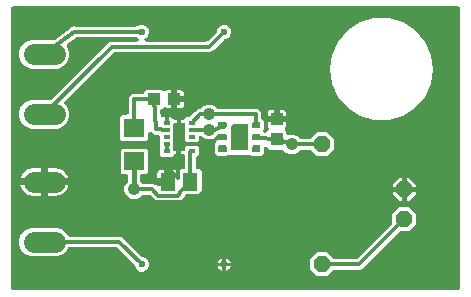
<source format=gbr>
G04 EAGLE Gerber RS-274X export*
G75*
%MOMM*%
%FSLAX34Y34*%
%LPD*%
%INTop Copper*%
%IPPOS*%
%AMOC8*
5,1,8,0,0,1.08239X$1,22.5*%
G01*
%ADD10R,1.100000X1.000000*%
%ADD11R,1.000000X1.100000*%
%ADD12R,1.300000X1.500000*%
%ADD13R,1.803000X1.600000*%
%ADD14C,0.600000*%
%ADD15R,0.400000X0.300000*%
%ADD16R,1.270000X1.651000*%
%ADD17R,0.600000X0.400000*%
%ADD18P,1.539592X8X292.500000*%
%ADD19P,1.539592X8X112.500000*%
%ADD20C,1.803400*%
%ADD21C,0.304800*%
%ADD22C,1.058000*%
%ADD23C,0.406400*%

G36*
X413792Y29214D02*
X413792Y29214D01*
X413818Y29212D01*
X413965Y29234D01*
X414112Y29251D01*
X414137Y29259D01*
X414163Y29263D01*
X414301Y29318D01*
X414440Y29368D01*
X414462Y29382D01*
X414487Y29392D01*
X414608Y29477D01*
X414733Y29557D01*
X414751Y29576D01*
X414773Y29591D01*
X414872Y29701D01*
X414975Y29808D01*
X414989Y29830D01*
X415006Y29850D01*
X415078Y29980D01*
X415154Y30107D01*
X415162Y30132D01*
X415175Y30155D01*
X415215Y30298D01*
X415260Y30439D01*
X415262Y30465D01*
X415270Y30490D01*
X415289Y30734D01*
X415289Y267716D01*
X415286Y267742D01*
X415288Y267768D01*
X415266Y267915D01*
X415249Y268062D01*
X415241Y268087D01*
X415237Y268113D01*
X415182Y268251D01*
X415132Y268390D01*
X415118Y268412D01*
X415108Y268437D01*
X415023Y268558D01*
X414943Y268683D01*
X414924Y268701D01*
X414909Y268723D01*
X414799Y268822D01*
X414692Y268925D01*
X414670Y268939D01*
X414650Y268956D01*
X414520Y269028D01*
X414393Y269104D01*
X414368Y269112D01*
X414345Y269125D01*
X414202Y269165D01*
X414061Y269210D01*
X414035Y269212D01*
X414010Y269220D01*
X413766Y269239D01*
X37084Y269239D01*
X37058Y269236D01*
X37032Y269238D01*
X36885Y269216D01*
X36738Y269199D01*
X36713Y269191D01*
X36687Y269187D01*
X36549Y269132D01*
X36410Y269082D01*
X36388Y269068D01*
X36363Y269058D01*
X36242Y268973D01*
X36117Y268893D01*
X36099Y268874D01*
X36077Y268859D01*
X35978Y268749D01*
X35875Y268642D01*
X35861Y268620D01*
X35844Y268600D01*
X35772Y268470D01*
X35696Y268343D01*
X35688Y268318D01*
X35675Y268295D01*
X35635Y268152D01*
X35590Y268011D01*
X35588Y267985D01*
X35580Y267960D01*
X35561Y267716D01*
X35561Y30734D01*
X35564Y30708D01*
X35562Y30682D01*
X35584Y30535D01*
X35601Y30388D01*
X35609Y30363D01*
X35613Y30337D01*
X35668Y30199D01*
X35718Y30060D01*
X35732Y30038D01*
X35742Y30013D01*
X35827Y29892D01*
X35907Y29767D01*
X35926Y29749D01*
X35941Y29727D01*
X36051Y29628D01*
X36158Y29525D01*
X36180Y29511D01*
X36200Y29494D01*
X36330Y29422D01*
X36457Y29346D01*
X36482Y29338D01*
X36505Y29325D01*
X36648Y29285D01*
X36789Y29240D01*
X36815Y29238D01*
X36840Y29230D01*
X37084Y29211D01*
X413766Y29211D01*
X413792Y29214D01*
G37*
%LPC*%
G36*
X343035Y172671D02*
X343035Y172671D01*
X331107Y176174D01*
X320650Y182894D01*
X312510Y192289D01*
X307346Y203596D01*
X305577Y215900D01*
X307346Y228204D01*
X312510Y239511D01*
X320650Y248906D01*
X331107Y255626D01*
X343035Y259129D01*
X355465Y259129D01*
X367393Y255626D01*
X377850Y248906D01*
X385990Y239511D01*
X391154Y228204D01*
X392923Y215900D01*
X391154Y203596D01*
X385990Y192289D01*
X377850Y182894D01*
X367393Y176174D01*
X355465Y172671D01*
X343035Y172671D01*
G37*
%LPD*%
%LPC*%
G36*
X159207Y104513D02*
X159207Y104513D01*
X157526Y105209D01*
X156026Y106710D01*
X153455Y109281D01*
X153356Y109360D01*
X153262Y109444D01*
X153220Y109468D01*
X153182Y109498D01*
X153068Y109552D01*
X152957Y109613D01*
X152910Y109626D01*
X152867Y109647D01*
X152743Y109673D01*
X152621Y109708D01*
X152561Y109713D01*
X152526Y109720D01*
X152478Y109719D01*
X152378Y109727D01*
X147551Y109727D01*
X147425Y109713D01*
X147299Y109706D01*
X147253Y109693D01*
X147205Y109687D01*
X147086Y109645D01*
X146964Y109610D01*
X146922Y109586D01*
X146877Y109570D01*
X146770Y109501D01*
X146660Y109440D01*
X146614Y109400D01*
X146584Y109381D01*
X146550Y109346D01*
X146474Y109281D01*
X144424Y107231D01*
X141359Y105961D01*
X138041Y105961D01*
X134976Y107231D01*
X132631Y109576D01*
X131361Y112641D01*
X131361Y115959D01*
X132631Y119024D01*
X134173Y120566D01*
X134252Y120665D01*
X134336Y120759D01*
X134360Y120801D01*
X134390Y120839D01*
X134444Y120953D01*
X134505Y121064D01*
X134518Y121110D01*
X134539Y121154D01*
X134565Y121277D01*
X134600Y121399D01*
X134605Y121460D01*
X134612Y121495D01*
X134611Y121543D01*
X134619Y121643D01*
X134619Y125608D01*
X134616Y125634D01*
X134618Y125660D01*
X134596Y125807D01*
X134579Y125954D01*
X134571Y125979D01*
X134567Y126005D01*
X134512Y126143D01*
X134462Y126282D01*
X134448Y126304D01*
X134438Y126329D01*
X134353Y126450D01*
X134273Y126575D01*
X134254Y126593D01*
X134239Y126615D01*
X134129Y126714D01*
X134022Y126817D01*
X134000Y126831D01*
X133980Y126848D01*
X133850Y126920D01*
X133723Y126996D01*
X133698Y127004D01*
X133675Y127017D01*
X133532Y127057D01*
X133391Y127102D01*
X133365Y127104D01*
X133340Y127112D01*
X133096Y127131D01*
X129422Y127131D01*
X127636Y128917D01*
X127636Y147443D01*
X129422Y149229D01*
X149978Y149229D01*
X151764Y147443D01*
X151764Y128917D01*
X149978Y127131D01*
X146304Y127131D01*
X146278Y127128D01*
X146252Y127130D01*
X146105Y127108D01*
X145958Y127091D01*
X145933Y127083D01*
X145907Y127079D01*
X145769Y127024D01*
X145630Y126974D01*
X145608Y126960D01*
X145583Y126950D01*
X145462Y126865D01*
X145337Y126785D01*
X145319Y126766D01*
X145297Y126751D01*
X145198Y126641D01*
X145095Y126534D01*
X145081Y126512D01*
X145064Y126492D01*
X144992Y126362D01*
X144916Y126235D01*
X144908Y126210D01*
X144895Y126187D01*
X144855Y126044D01*
X144810Y125903D01*
X144808Y125877D01*
X144800Y125852D01*
X144781Y125608D01*
X144781Y121643D01*
X144795Y121518D01*
X144802Y121391D01*
X144815Y121345D01*
X144821Y121297D01*
X144863Y121178D01*
X144898Y121056D01*
X144922Y121014D01*
X144938Y120969D01*
X145007Y120862D01*
X145068Y120752D01*
X145108Y120706D01*
X145127Y120676D01*
X145162Y120642D01*
X145227Y120566D01*
X146474Y119319D01*
X146573Y119240D01*
X146667Y119156D01*
X146709Y119132D01*
X146747Y119102D01*
X146861Y119048D01*
X146972Y118987D01*
X147018Y118974D01*
X147062Y118953D01*
X147185Y118927D01*
X147307Y118892D01*
X147368Y118887D01*
X147403Y118880D01*
X147451Y118881D01*
X147551Y118873D01*
X155812Y118873D01*
X157493Y118177D01*
X157621Y118049D01*
X157720Y117970D01*
X157813Y117886D01*
X157856Y117862D01*
X157894Y117832D01*
X158008Y117778D01*
X158118Y117717D01*
X158165Y117704D01*
X158209Y117683D01*
X158332Y117657D01*
X158454Y117622D01*
X158515Y117618D01*
X158549Y117610D01*
X158597Y117611D01*
X158698Y117603D01*
X166776Y117603D01*
X166802Y117606D01*
X166828Y117604D01*
X166975Y117626D01*
X167122Y117643D01*
X167147Y117651D01*
X167173Y117655D01*
X167311Y117710D01*
X167450Y117760D01*
X167472Y117774D01*
X167497Y117784D01*
X167618Y117869D01*
X167743Y117949D01*
X167761Y117968D01*
X167783Y117983D01*
X167882Y118093D01*
X167985Y118200D01*
X167999Y118222D01*
X168016Y118242D01*
X168088Y118372D01*
X168164Y118499D01*
X168172Y118524D01*
X168185Y118547D01*
X168225Y118690D01*
X168270Y118831D01*
X168272Y118857D01*
X168280Y118882D01*
X168299Y119126D01*
X168299Y120651D01*
X169824Y120651D01*
X169850Y120654D01*
X169876Y120652D01*
X170023Y120674D01*
X170170Y120691D01*
X170195Y120700D01*
X170221Y120703D01*
X170359Y120758D01*
X170498Y120808D01*
X170520Y120822D01*
X170545Y120832D01*
X170666Y120917D01*
X170791Y120997D01*
X170809Y121016D01*
X170831Y121031D01*
X170930Y121141D01*
X171033Y121248D01*
X171047Y121270D01*
X171064Y121290D01*
X171136Y121420D01*
X171212Y121547D01*
X171220Y121572D01*
X171233Y121595D01*
X171273Y121738D01*
X171318Y121879D01*
X171320Y121905D01*
X171328Y121930D01*
X171347Y122174D01*
X171347Y130691D01*
X175135Y130691D01*
X175781Y130518D01*
X176360Y130183D01*
X176364Y130179D01*
X176384Y130163D01*
X176401Y130143D01*
X176489Y130078D01*
X176545Y130028D01*
X176577Y130010D01*
X176637Y129963D01*
X176660Y129952D01*
X176682Y129936D01*
X176818Y129877D01*
X176850Y129860D01*
X176863Y129856D01*
X176952Y129814D01*
X176977Y129808D01*
X177002Y129798D01*
X177148Y129772D01*
X177293Y129741D01*
X177319Y129741D01*
X177345Y129736D01*
X177493Y129744D01*
X177641Y129747D01*
X177666Y129753D01*
X177693Y129754D01*
X177835Y129795D01*
X177979Y129832D01*
X178002Y129844D01*
X178027Y129851D01*
X178108Y129896D01*
X178127Y129903D01*
X178167Y129928D01*
X178289Y129991D01*
X178309Y130008D01*
X178332Y130021D01*
X178399Y130078D01*
X178420Y130092D01*
X178444Y130116D01*
X178518Y130179D01*
X179537Y131199D01*
X181204Y131199D01*
X181230Y131202D01*
X181256Y131200D01*
X181403Y131222D01*
X181550Y131239D01*
X181575Y131247D01*
X181601Y131251D01*
X181739Y131306D01*
X181878Y131356D01*
X181900Y131370D01*
X181925Y131380D01*
X182046Y131465D01*
X182171Y131545D01*
X182189Y131564D01*
X182211Y131579D01*
X182310Y131689D01*
X182413Y131796D01*
X182427Y131818D01*
X182444Y131838D01*
X182516Y131968D01*
X182592Y132095D01*
X182600Y132120D01*
X182613Y132143D01*
X182653Y132286D01*
X182698Y132427D01*
X182700Y132453D01*
X182708Y132478D01*
X182727Y132722D01*
X182727Y142380D01*
X182713Y142506D01*
X182706Y142632D01*
X182693Y142678D01*
X182687Y142726D01*
X182645Y142845D01*
X182610Y142967D01*
X182586Y143009D01*
X182570Y143055D01*
X182501Y143161D01*
X182440Y143271D01*
X182400Y143317D01*
X182381Y143347D01*
X182346Y143381D01*
X182281Y143457D01*
X182070Y143668D01*
X182070Y143669D01*
X181985Y143790D01*
X181905Y143915D01*
X181886Y143933D01*
X181871Y143955D01*
X181761Y144054D01*
X181654Y144157D01*
X181632Y144171D01*
X181612Y144188D01*
X181482Y144260D01*
X181355Y144336D01*
X181330Y144344D01*
X181307Y144357D01*
X181164Y144397D01*
X181023Y144442D01*
X180997Y144444D01*
X180972Y144452D01*
X180728Y144471D01*
X179323Y144471D01*
X179323Y147013D01*
X182030Y147013D01*
X182050Y147016D01*
X182069Y147014D01*
X182171Y147036D01*
X182273Y147053D01*
X182290Y147062D01*
X182310Y147066D01*
X182399Y147119D01*
X182490Y147168D01*
X182504Y147182D01*
X182521Y147192D01*
X182588Y147271D01*
X182660Y147346D01*
X182668Y147364D01*
X182681Y147379D01*
X182720Y147475D01*
X182763Y147569D01*
X182765Y147589D01*
X182773Y147607D01*
X182791Y147774D01*
X182791Y169980D01*
X182788Y170000D01*
X182790Y170019D01*
X182768Y170121D01*
X182752Y170223D01*
X182742Y170240D01*
X182738Y170260D01*
X182685Y170349D01*
X182636Y170440D01*
X182622Y170454D01*
X182612Y170471D01*
X182533Y170538D01*
X182458Y170610D01*
X182440Y170618D01*
X182425Y170631D01*
X182329Y170670D01*
X182235Y170713D01*
X182215Y170715D01*
X182197Y170723D01*
X182030Y170741D01*
X179323Y170741D01*
X179323Y173283D01*
X180890Y173283D01*
X181016Y173297D01*
X181142Y173304D01*
X181188Y173317D01*
X181236Y173323D01*
X181355Y173365D01*
X181477Y173400D01*
X181519Y173424D01*
X181565Y173440D01*
X181671Y173509D01*
X181781Y173570D01*
X181827Y173610D01*
X181857Y173629D01*
X181891Y173664D01*
X181967Y173729D01*
X184037Y175799D01*
X186251Y175799D01*
X186377Y175813D01*
X186503Y175820D01*
X186549Y175833D01*
X186597Y175839D01*
X186716Y175881D01*
X186838Y175916D01*
X186880Y175940D01*
X186925Y175956D01*
X187031Y176025D01*
X187142Y176086D01*
X187188Y176126D01*
X187218Y176145D01*
X187252Y176180D01*
X187328Y176245D01*
X191259Y180176D01*
X192760Y181677D01*
X194440Y182373D01*
X195349Y182373D01*
X195475Y182387D01*
X195601Y182394D01*
X195647Y182407D01*
X195695Y182413D01*
X195814Y182455D01*
X195936Y182490D01*
X195978Y182514D01*
X196023Y182530D01*
X196130Y182599D01*
X196240Y182660D01*
X196286Y182700D01*
X196316Y182719D01*
X196350Y182754D01*
X196426Y182819D01*
X198476Y184869D01*
X201541Y186139D01*
X204859Y186139D01*
X207924Y184869D01*
X209974Y182819D01*
X210073Y182740D01*
X210167Y182656D01*
X210209Y182632D01*
X210247Y182602D01*
X210361Y182548D01*
X210472Y182487D01*
X210518Y182474D01*
X210562Y182453D01*
X210685Y182427D01*
X210807Y182392D01*
X210868Y182387D01*
X210903Y182380D01*
X210951Y182381D01*
X211051Y182373D01*
X243510Y182373D01*
X245190Y181677D01*
X246477Y180390D01*
X247173Y178710D01*
X247173Y175153D01*
X247187Y175028D01*
X247194Y174902D01*
X247207Y174855D01*
X247213Y174807D01*
X247255Y174688D01*
X247290Y174567D01*
X247314Y174525D01*
X247330Y174479D01*
X247399Y174373D01*
X247460Y174263D01*
X247500Y174216D01*
X247519Y174186D01*
X247554Y174153D01*
X247619Y174076D01*
X249429Y172266D01*
X249429Y165300D01*
X249087Y164958D01*
X248977Y164820D01*
X248872Y164688D01*
X248871Y164686D01*
X248870Y164685D01*
X248793Y164520D01*
X248722Y164373D01*
X248722Y164371D01*
X248721Y164370D01*
X248683Y164194D01*
X248648Y164032D01*
X248648Y164031D01*
X248648Y164029D01*
X248651Y163854D01*
X248653Y163684D01*
X248654Y163682D01*
X248654Y163680D01*
X248699Y163502D01*
X248738Y163346D01*
X248738Y163344D01*
X248739Y163342D01*
X248820Y163185D01*
X248897Y163036D01*
X248898Y163034D01*
X248899Y163033D01*
X249013Y162899D01*
X249122Y162770D01*
X249123Y162769D01*
X249124Y162767D01*
X249270Y162660D01*
X249402Y162562D01*
X249403Y162561D01*
X249405Y162560D01*
X249561Y162493D01*
X249721Y162423D01*
X249723Y162423D01*
X249725Y162422D01*
X249732Y162421D01*
X249960Y162371D01*
X250574Y162288D01*
X250703Y162286D01*
X250830Y162275D01*
X250876Y162282D01*
X250923Y162281D01*
X251048Y162308D01*
X251175Y162327D01*
X251218Y162344D01*
X251264Y162354D01*
X251380Y162408D01*
X251499Y162456D01*
X251537Y162482D01*
X251579Y162502D01*
X251680Y162582D01*
X251785Y162655D01*
X251816Y162689D01*
X251853Y162718D01*
X251933Y162818D01*
X252018Y162913D01*
X252041Y162954D01*
X252070Y162991D01*
X252125Y163106D01*
X252187Y163219D01*
X252199Y163260D01*
X253321Y164382D01*
X253337Y164403D01*
X253357Y164420D01*
X253445Y164539D01*
X253537Y164655D01*
X253548Y164679D01*
X253564Y164700D01*
X253623Y164836D01*
X253686Y164970D01*
X253692Y164996D01*
X253702Y165020D01*
X253728Y165166D01*
X253759Y165311D01*
X253759Y165337D01*
X253764Y165363D01*
X253756Y165511D01*
X253753Y165659D01*
X253747Y165685D01*
X253746Y165711D01*
X253705Y165854D01*
X253668Y165997D01*
X253656Y166021D01*
X253649Y166046D01*
X253577Y166176D01*
X253509Y166307D01*
X253492Y166327D01*
X253479Y166350D01*
X253321Y166536D01*
X253317Y166540D01*
X252982Y167119D01*
X252809Y167765D01*
X252809Y171101D01*
X259374Y171101D01*
X259400Y171104D01*
X259426Y171102D01*
X259573Y171124D01*
X259720Y171141D01*
X259745Y171149D01*
X259771Y171153D01*
X259908Y171208D01*
X260048Y171258D01*
X260070Y171272D01*
X260095Y171282D01*
X260216Y171367D01*
X260341Y171447D01*
X260353Y171460D01*
X260400Y171415D01*
X260423Y171401D01*
X260442Y171384D01*
X260572Y171312D01*
X260699Y171236D01*
X260724Y171228D01*
X260747Y171215D01*
X260890Y171175D01*
X261031Y171130D01*
X261057Y171127D01*
X261082Y171120D01*
X261326Y171101D01*
X267891Y171101D01*
X267891Y167765D01*
X267718Y167119D01*
X267383Y166540D01*
X267379Y166536D01*
X267363Y166516D01*
X267343Y166499D01*
X267255Y166379D01*
X267163Y166263D01*
X267152Y166240D01*
X267136Y166218D01*
X267077Y166082D01*
X267014Y165948D01*
X267008Y165923D01*
X266998Y165898D01*
X266972Y165752D01*
X266941Y165607D01*
X266941Y165581D01*
X266936Y165555D01*
X266944Y165407D01*
X266947Y165259D01*
X266953Y165234D01*
X266954Y165207D01*
X266995Y165065D01*
X267032Y164921D01*
X267044Y164898D01*
X267051Y164873D01*
X267123Y164743D01*
X267191Y164611D01*
X267208Y164591D01*
X267221Y164568D01*
X267379Y164382D01*
X268399Y163363D01*
X268399Y161779D01*
X268416Y161630D01*
X268428Y161480D01*
X268436Y161457D01*
X268439Y161433D01*
X268489Y161291D01*
X268535Y161148D01*
X268548Y161127D01*
X268556Y161105D01*
X268638Y160978D01*
X268715Y160849D01*
X268732Y160832D01*
X268745Y160812D01*
X268853Y160707D01*
X268958Y160599D01*
X268978Y160586D01*
X268996Y160570D01*
X269125Y160492D01*
X269251Y160411D01*
X269274Y160403D01*
X269295Y160391D01*
X269438Y160345D01*
X269580Y160295D01*
X269604Y160292D01*
X269627Y160284D01*
X269776Y160272D01*
X269926Y160256D01*
X269950Y160258D01*
X269974Y160257D01*
X270123Y160279D01*
X270272Y160296D01*
X270300Y160305D01*
X270319Y160308D01*
X270363Y160326D01*
X270505Y160372D01*
X271391Y160739D01*
X274709Y160739D01*
X277774Y159469D01*
X279824Y157419D01*
X279923Y157340D01*
X280017Y157256D01*
X280059Y157232D01*
X280097Y157202D01*
X280211Y157148D01*
X280322Y157087D01*
X280368Y157074D01*
X280412Y157053D01*
X280535Y157027D01*
X280657Y156992D01*
X280718Y156987D01*
X280753Y156980D01*
X280801Y156981D01*
X280901Y156973D01*
X288022Y156973D01*
X288148Y156987D01*
X288274Y156994D01*
X288321Y157007D01*
X288369Y157013D01*
X288487Y157055D01*
X288609Y157090D01*
X288651Y157114D01*
X288697Y157130D01*
X288803Y157199D01*
X288913Y157260D01*
X288959Y157300D01*
X288989Y157319D01*
X289023Y157354D01*
X289099Y157419D01*
X294241Y162561D01*
X302659Y162561D01*
X308611Y156609D01*
X308611Y148191D01*
X302659Y142239D01*
X294241Y142239D01*
X289099Y147381D01*
X289000Y147460D01*
X288907Y147544D01*
X288864Y147568D01*
X288826Y147598D01*
X288712Y147652D01*
X288602Y147713D01*
X288555Y147726D01*
X288511Y147747D01*
X288388Y147773D01*
X288266Y147808D01*
X288205Y147813D01*
X288171Y147820D01*
X288123Y147819D01*
X288022Y147827D01*
X280901Y147827D01*
X280775Y147813D01*
X280649Y147806D01*
X280603Y147793D01*
X280555Y147787D01*
X280436Y147745D01*
X280314Y147710D01*
X280272Y147686D01*
X280227Y147670D01*
X280120Y147601D01*
X280010Y147540D01*
X279964Y147500D01*
X279934Y147481D01*
X279900Y147446D01*
X279824Y147381D01*
X277774Y145331D01*
X274709Y144061D01*
X271391Y144061D01*
X268326Y145331D01*
X266052Y147605D01*
X265953Y147684D01*
X265859Y147768D01*
X265817Y147792D01*
X265779Y147822D01*
X265665Y147876D01*
X265554Y147937D01*
X265508Y147950D01*
X265464Y147971D01*
X265341Y147997D01*
X265219Y148032D01*
X265158Y148037D01*
X265123Y148044D01*
X265075Y148043D01*
X264975Y148051D01*
X254087Y148051D01*
X252029Y150109D01*
X251951Y150172D01*
X251878Y150242D01*
X251814Y150280D01*
X251756Y150326D01*
X251665Y150369D01*
X251579Y150420D01*
X251508Y150443D01*
X251441Y150475D01*
X251343Y150496D01*
X251247Y150527D01*
X251173Y150533D01*
X251100Y150548D01*
X251000Y150547D01*
X250900Y150555D01*
X250826Y150544D01*
X250752Y150542D01*
X250655Y150518D01*
X250555Y150503D01*
X250486Y150475D01*
X250414Y150457D01*
X250325Y150411D01*
X250231Y150374D01*
X250170Y150332D01*
X250104Y150298D01*
X250028Y150233D01*
X249945Y150175D01*
X249895Y150120D01*
X249839Y150072D01*
X249779Y149991D01*
X249712Y149916D01*
X249676Y149851D01*
X249631Y149792D01*
X249592Y149699D01*
X249543Y149611D01*
X249523Y149540D01*
X249493Y149472D01*
X249476Y149373D01*
X249448Y149276D01*
X249440Y149176D01*
X249432Y149129D01*
X249434Y149093D01*
X249429Y149032D01*
X249429Y144980D01*
X247196Y142747D01*
X239214Y142747D01*
X239025Y142936D01*
X238926Y143015D01*
X238832Y143099D01*
X238789Y143123D01*
X238752Y143153D01*
X238637Y143207D01*
X238527Y143268D01*
X238480Y143281D01*
X238437Y143302D01*
X238313Y143328D01*
X238191Y143363D01*
X238131Y143368D01*
X238096Y143375D01*
X238048Y143374D01*
X237948Y143382D01*
X219506Y143382D01*
X219381Y143368D01*
X219255Y143361D01*
X219208Y143348D01*
X219160Y143342D01*
X219041Y143300D01*
X218920Y143265D01*
X218878Y143241D01*
X218832Y143225D01*
X218726Y143156D01*
X218616Y143095D01*
X218569Y143055D01*
X218539Y143036D01*
X218506Y143001D01*
X218429Y142936D01*
X218240Y142747D01*
X210004Y142747D01*
X207771Y144980D01*
X207771Y152454D01*
X208503Y153187D01*
X208504Y153188D01*
X208505Y153189D01*
X208607Y153317D01*
X208720Y153460D01*
X208721Y153461D01*
X208722Y153462D01*
X208793Y153615D01*
X208869Y153775D01*
X208869Y153776D01*
X208870Y153777D01*
X208907Y153949D01*
X208942Y154115D01*
X208942Y154117D01*
X208943Y154118D01*
X208939Y154295D01*
X208936Y154464D01*
X208936Y154465D01*
X208936Y154467D01*
X208893Y154635D01*
X208851Y154802D01*
X208851Y154803D01*
X208850Y154804D01*
X208746Y155025D01*
X208504Y155443D01*
X208311Y156165D01*
X208265Y156282D01*
X208226Y156402D01*
X208201Y156444D01*
X208183Y156489D01*
X208111Y156593D01*
X208046Y156701D01*
X208012Y156736D01*
X207984Y156776D01*
X207891Y156860D01*
X207803Y156951D01*
X207762Y156977D01*
X207726Y157010D01*
X207616Y157071D01*
X207510Y157139D01*
X207464Y157155D01*
X207421Y157179D01*
X207300Y157213D01*
X207182Y157255D01*
X207133Y157261D01*
X207086Y157274D01*
X206960Y157280D01*
X206835Y157294D01*
X206787Y157289D01*
X206738Y157291D01*
X206614Y157268D01*
X206489Y157254D01*
X206431Y157235D01*
X206395Y157228D01*
X206351Y157209D01*
X206257Y157178D01*
X204861Y156600D01*
X201543Y156600D01*
X198479Y157870D01*
X196949Y159399D01*
X196870Y159462D01*
X196798Y159531D01*
X196734Y159570D01*
X196676Y159616D01*
X196585Y159659D01*
X196499Y159710D01*
X196428Y159733D01*
X196361Y159765D01*
X196263Y159786D01*
X196167Y159816D01*
X196093Y159822D01*
X196020Y159838D01*
X195920Y159836D01*
X195820Y159844D01*
X195746Y159833D01*
X195672Y159832D01*
X195575Y159808D01*
X195475Y159793D01*
X195406Y159765D01*
X195334Y159747D01*
X195245Y159701D01*
X195151Y159664D01*
X195090Y159622D01*
X195024Y159588D01*
X194948Y159522D01*
X194865Y159465D01*
X194815Y159410D01*
X194759Y159362D01*
X194699Y159281D01*
X194632Y159206D01*
X194596Y159141D01*
X194551Y159081D01*
X194512Y158989D01*
X194463Y158901D01*
X194443Y158830D01*
X194413Y158761D01*
X194396Y158663D01*
X194368Y158566D01*
X194360Y158466D01*
X194352Y158418D01*
X194354Y158383D01*
X194349Y158322D01*
X194349Y155487D01*
X194287Y155425D01*
X194208Y155326D01*
X194124Y155232D01*
X194100Y155190D01*
X194070Y155152D01*
X194016Y155038D01*
X193955Y154927D01*
X193942Y154881D01*
X193921Y154837D01*
X193895Y154714D01*
X193860Y154592D01*
X193855Y154531D01*
X193848Y154497D01*
X193849Y154448D01*
X193841Y154348D01*
X193841Y154273D01*
X193766Y154273D01*
X193665Y154262D01*
X193566Y154260D01*
X193541Y154254D01*
X193514Y154252D01*
X193468Y154239D01*
X193420Y154234D01*
X193324Y154199D01*
X193228Y154175D01*
X193205Y154163D01*
X193179Y154156D01*
X193137Y154132D01*
X193092Y154116D01*
X193007Y154061D01*
X192918Y154015D01*
X192898Y153999D01*
X192875Y153986D01*
X192829Y153946D01*
X192799Y153927D01*
X192765Y153892D01*
X192689Y153827D01*
X192672Y153807D01*
X192652Y153790D01*
X192608Y153730D01*
X192557Y153676D01*
X192518Y153613D01*
X192472Y153554D01*
X192461Y153530D01*
X192445Y153509D01*
X192416Y153441D01*
X192378Y153377D01*
X192355Y153307D01*
X192323Y153239D01*
X192318Y153213D01*
X192307Y153189D01*
X192294Y153115D01*
X192272Y153045D01*
X192266Y152972D01*
X192250Y152898D01*
X192250Y152872D01*
X192246Y152846D01*
X192249Y152771D01*
X192244Y152698D01*
X192254Y152625D01*
X192256Y152550D01*
X192262Y152524D01*
X192263Y152498D01*
X192284Y152426D01*
X192295Y152353D01*
X192322Y152285D01*
X192341Y152212D01*
X192353Y152189D01*
X192360Y152163D01*
X192397Y152098D01*
X192424Y152029D01*
X192466Y151969D01*
X192500Y151902D01*
X192517Y151882D01*
X192530Y151859D01*
X192596Y151782D01*
X192623Y151743D01*
X192649Y151719D01*
X192689Y151673D01*
X192709Y151657D01*
X192726Y151637D01*
X192807Y151577D01*
X192882Y151509D01*
X192924Y151486D01*
X192962Y151456D01*
X192986Y151445D01*
X193006Y151429D01*
X193098Y151390D01*
X193187Y151341D01*
X193233Y151328D01*
X193277Y151307D01*
X193303Y151302D01*
X193327Y151291D01*
X193424Y151274D01*
X193522Y151246D01*
X193583Y151241D01*
X193618Y151234D01*
X193645Y151234D01*
X193670Y151230D01*
X193704Y151232D01*
X193766Y151227D01*
X193841Y151227D01*
X193841Y151152D01*
X193855Y151026D01*
X193862Y150900D01*
X193875Y150854D01*
X193881Y150806D01*
X193923Y150687D01*
X193958Y150565D01*
X193982Y150523D01*
X193998Y150477D01*
X194067Y150371D01*
X194128Y150261D01*
X194168Y150215D01*
X194187Y150185D01*
X194222Y150151D01*
X194287Y150075D01*
X194349Y150013D01*
X194349Y143487D01*
X192319Y141457D01*
X192252Y141373D01*
X192214Y141334D01*
X192206Y141321D01*
X192156Y141264D01*
X192132Y141222D01*
X192102Y141184D01*
X192048Y141070D01*
X191987Y140959D01*
X191974Y140913D01*
X191953Y140869D01*
X191927Y140746D01*
X191892Y140624D01*
X191887Y140563D01*
X191880Y140528D01*
X191881Y140480D01*
X191873Y140380D01*
X191873Y132722D01*
X191876Y132696D01*
X191874Y132670D01*
X191896Y132523D01*
X191913Y132376D01*
X191921Y132351D01*
X191925Y132325D01*
X191980Y132187D01*
X192030Y132048D01*
X192044Y132026D01*
X192054Y132001D01*
X192139Y131880D01*
X192219Y131755D01*
X192238Y131737D01*
X192253Y131715D01*
X192363Y131616D01*
X192470Y131513D01*
X192492Y131499D01*
X192512Y131482D01*
X192642Y131410D01*
X192769Y131334D01*
X192794Y131326D01*
X192817Y131313D01*
X192960Y131273D01*
X193101Y131228D01*
X193127Y131226D01*
X193152Y131218D01*
X193396Y131199D01*
X195063Y131199D01*
X196849Y129413D01*
X196849Y111887D01*
X195063Y110101D01*
X184266Y110101D01*
X184190Y110093D01*
X184113Y110094D01*
X184017Y110073D01*
X183920Y110061D01*
X183848Y110036D01*
X183773Y110019D01*
X183684Y109977D01*
X183591Y109944D01*
X183527Y109902D01*
X183458Y109870D01*
X183381Y109808D01*
X183299Y109755D01*
X183245Y109700D01*
X183186Y109652D01*
X183125Y109575D01*
X183056Y109504D01*
X183017Y109439D01*
X182970Y109379D01*
X182902Y109246D01*
X182878Y109205D01*
X182872Y109187D01*
X182858Y109161D01*
X182741Y108876D01*
X179074Y105209D01*
X177393Y104513D01*
X159207Y104513D01*
G37*
%LPD*%
%LPC*%
G36*
X52083Y165734D02*
X52083Y165734D01*
X47648Y167571D01*
X44254Y170965D01*
X42417Y175400D01*
X42417Y180200D01*
X44254Y184635D01*
X47648Y188029D01*
X52083Y189866D01*
X68468Y189866D01*
X68594Y189880D01*
X68720Y189887D01*
X68766Y189900D01*
X68814Y189906D01*
X68933Y189948D01*
X69055Y189983D01*
X69097Y190007D01*
X69142Y190023D01*
X69249Y190092D01*
X69359Y190153D01*
X69405Y190193D01*
X69435Y190212D01*
X69469Y190247D01*
X69545Y190312D01*
X116559Y237326D01*
X118060Y238827D01*
X119740Y239523D01*
X142207Y239523D01*
X142257Y239529D01*
X142307Y239526D01*
X142430Y239548D01*
X142553Y239563D01*
X142601Y239580D01*
X142650Y239589D01*
X142764Y239638D01*
X142881Y239680D01*
X142924Y239707D01*
X142970Y239728D01*
X143070Y239802D01*
X143174Y239869D01*
X143209Y239905D01*
X143250Y239935D01*
X143330Y240030D01*
X143416Y240120D01*
X143442Y240163D01*
X143475Y240201D01*
X143531Y240312D01*
X143595Y240419D01*
X143610Y240467D01*
X143633Y240512D01*
X143664Y240633D01*
X143701Y240751D01*
X143705Y240801D01*
X143718Y240850D01*
X143719Y240974D01*
X143729Y241098D01*
X143722Y241148D01*
X143723Y241198D01*
X143696Y241320D01*
X143678Y241443D01*
X143659Y241490D01*
X143648Y241539D01*
X143595Y241651D01*
X143549Y241767D01*
X143520Y241808D01*
X143499Y241854D01*
X143421Y241951D01*
X143350Y242053D01*
X143313Y242087D01*
X143281Y242126D01*
X143184Y242203D01*
X143091Y242286D01*
X143047Y242311D01*
X143008Y242342D01*
X142790Y242453D01*
X142624Y242522D01*
X142515Y242631D01*
X142416Y242710D01*
X142322Y242794D01*
X142279Y242818D01*
X142242Y242848D01*
X142127Y242902D01*
X142017Y242963D01*
X141970Y242976D01*
X141927Y242997D01*
X141803Y243023D01*
X141681Y243058D01*
X141621Y243063D01*
X141586Y243070D01*
X141538Y243069D01*
X141438Y243077D01*
X90932Y243077D01*
X90914Y243075D01*
X90895Y243077D01*
X90740Y243055D01*
X90586Y243037D01*
X90568Y243031D01*
X90550Y243029D01*
X90405Y242972D01*
X90258Y242920D01*
X90242Y242910D01*
X90225Y242903D01*
X90018Y242773D01*
X83074Y237565D01*
X83062Y237553D01*
X83056Y237550D01*
X83037Y237530D01*
X82977Y237473D01*
X82875Y237386D01*
X82851Y237353D01*
X82821Y237325D01*
X82748Y237214D01*
X82668Y237106D01*
X82652Y237068D01*
X82629Y237034D01*
X82583Y236909D01*
X82530Y236786D01*
X82523Y236746D01*
X82509Y236708D01*
X82492Y236574D01*
X82468Y236443D01*
X82470Y236402D01*
X82465Y236362D01*
X82479Y236228D01*
X82486Y236095D01*
X82497Y236056D01*
X82502Y236015D01*
X82546Y235888D01*
X82583Y235760D01*
X82602Y235724D01*
X82616Y235686D01*
X82687Y235572D01*
X82693Y235563D01*
X84583Y231000D01*
X84583Y226200D01*
X82746Y221765D01*
X79352Y218371D01*
X74917Y216534D01*
X52083Y216534D01*
X47648Y218371D01*
X44254Y221765D01*
X42417Y226200D01*
X42417Y231000D01*
X44254Y235435D01*
X47648Y238829D01*
X52083Y240666D01*
X71459Y240666D01*
X71477Y240668D01*
X71495Y240666D01*
X71651Y240688D01*
X71805Y240706D01*
X71822Y240712D01*
X71841Y240714D01*
X71986Y240771D01*
X72133Y240823D01*
X72149Y240833D01*
X72166Y240840D01*
X72373Y240970D01*
X85810Y251048D01*
X85837Y251074D01*
X85973Y251190D01*
X86310Y251527D01*
X86440Y251581D01*
X86500Y251614D01*
X86564Y251639D01*
X86709Y251730D01*
X86745Y251750D01*
X86754Y251759D01*
X86771Y251769D01*
X86884Y251854D01*
X87345Y251972D01*
X87381Y251986D01*
X87550Y252040D01*
X87990Y252223D01*
X88132Y252223D01*
X88200Y252231D01*
X88269Y252229D01*
X88437Y252258D01*
X88478Y252263D01*
X88490Y252267D01*
X88510Y252270D01*
X88646Y252305D01*
X89118Y252238D01*
X89156Y252237D01*
X89333Y252223D01*
X141438Y252223D01*
X141563Y252237D01*
X141689Y252244D01*
X141736Y252257D01*
X141784Y252263D01*
X141903Y252305D01*
X142024Y252340D01*
X142066Y252364D01*
X142112Y252380D01*
X142218Y252449D01*
X142328Y252510D01*
X142375Y252550D01*
X142405Y252569D01*
X142438Y252604D01*
X142515Y252669D01*
X142624Y252778D01*
X144847Y253699D01*
X147253Y253699D01*
X149476Y252778D01*
X151178Y251076D01*
X152099Y248853D01*
X152099Y246447D01*
X151178Y244224D01*
X149476Y242522D01*
X149310Y242453D01*
X149266Y242429D01*
X149219Y242412D01*
X149114Y242344D01*
X149006Y242284D01*
X148968Y242250D01*
X148926Y242223D01*
X148839Y242133D01*
X148747Y242050D01*
X148719Y242008D01*
X148684Y241972D01*
X148620Y241865D01*
X148549Y241763D01*
X148531Y241716D01*
X148505Y241673D01*
X148467Y241555D01*
X148421Y241439D01*
X148414Y241389D01*
X148399Y241341D01*
X148389Y241217D01*
X148371Y241094D01*
X148375Y241044D01*
X148371Y240994D01*
X148389Y240871D01*
X148399Y240747D01*
X148415Y240699D01*
X148422Y240649D01*
X148468Y240533D01*
X148506Y240415D01*
X148532Y240372D01*
X148551Y240325D01*
X148622Y240223D01*
X148686Y240117D01*
X148721Y240081D01*
X148750Y240039D01*
X148842Y239956D01*
X148929Y239867D01*
X148971Y239839D01*
X149009Y239806D01*
X149118Y239745D01*
X149222Y239678D01*
X149270Y239662D01*
X149314Y239637D01*
X149434Y239603D01*
X149551Y239562D01*
X149601Y239556D01*
X149649Y239542D01*
X149893Y239523D01*
X200675Y239523D01*
X200801Y239537D01*
X200927Y239544D01*
X200973Y239557D01*
X201021Y239563D01*
X201140Y239605D01*
X201262Y239640D01*
X201304Y239664D01*
X201349Y239680D01*
X201456Y239749D01*
X201566Y239810D01*
X201612Y239850D01*
X201642Y239869D01*
X201676Y239904D01*
X201752Y239969D01*
X209405Y247622D01*
X209484Y247721D01*
X209568Y247815D01*
X209592Y247857D01*
X209622Y247895D01*
X209676Y248009D01*
X209737Y248120D01*
X209750Y248166D01*
X209771Y248210D01*
X209797Y248333D01*
X209832Y248455D01*
X209837Y248516D01*
X209844Y248551D01*
X209843Y248599D01*
X209851Y248699D01*
X209851Y248853D01*
X210772Y251076D01*
X212474Y252778D01*
X214697Y253699D01*
X217103Y253699D01*
X219326Y252778D01*
X221028Y251076D01*
X221949Y248853D01*
X221949Y246447D01*
X221028Y244224D01*
X219326Y242522D01*
X217103Y241601D01*
X216949Y241601D01*
X216823Y241587D01*
X216697Y241580D01*
X216651Y241567D01*
X216603Y241561D01*
X216484Y241519D01*
X216362Y241484D01*
X216320Y241460D01*
X216275Y241444D01*
X216168Y241375D01*
X216058Y241314D01*
X216012Y241274D01*
X215982Y241255D01*
X215948Y241220D01*
X215872Y241155D01*
X207291Y232574D01*
X205790Y231073D01*
X204110Y230377D01*
X123175Y230377D01*
X123049Y230363D01*
X122923Y230356D01*
X122877Y230343D01*
X122829Y230337D01*
X122710Y230295D01*
X122588Y230260D01*
X122546Y230236D01*
X122501Y230220D01*
X122394Y230151D01*
X122284Y230090D01*
X122238Y230050D01*
X122208Y230031D01*
X122174Y229996D01*
X122098Y229931D01*
X80851Y188684D01*
X80834Y188663D01*
X80814Y188646D01*
X80768Y188583D01*
X80740Y188555D01*
X80716Y188514D01*
X80634Y188411D01*
X80623Y188387D01*
X80607Y188366D01*
X80549Y188230D01*
X80485Y188096D01*
X80480Y188070D01*
X80469Y188046D01*
X80443Y187900D01*
X80412Y187755D01*
X80412Y187729D01*
X80408Y187703D01*
X80415Y187555D01*
X80418Y187407D01*
X80424Y187381D01*
X80426Y187355D01*
X80467Y187213D01*
X80503Y187069D01*
X80515Y187045D01*
X80522Y187020D01*
X80594Y186891D01*
X80662Y186759D01*
X80679Y186739D01*
X80692Y186716D01*
X80851Y186530D01*
X82746Y184635D01*
X84583Y180200D01*
X84583Y175400D01*
X82746Y170965D01*
X79352Y167571D01*
X74917Y165734D01*
X52083Y165734D01*
G37*
%LPD*%
%LPC*%
G36*
X163037Y141701D02*
X163037Y141701D01*
X161251Y143487D01*
X161251Y158959D01*
X161232Y159125D01*
X161214Y159295D01*
X161212Y159300D01*
X161211Y159305D01*
X161155Y159463D01*
X161098Y159624D01*
X161096Y159628D01*
X161094Y159633D01*
X161002Y159776D01*
X160911Y159918D01*
X160908Y159922D01*
X160905Y159926D01*
X160782Y160044D01*
X160662Y160162D01*
X160658Y160165D01*
X160654Y160168D01*
X160508Y160256D01*
X160364Y160343D01*
X160360Y160344D01*
X160355Y160347D01*
X160193Y160399D01*
X160033Y160451D01*
X160027Y160452D01*
X160023Y160453D01*
X160004Y160455D01*
X159790Y160481D01*
X158463Y160535D01*
X158413Y160532D01*
X158297Y160533D01*
X157720Y160494D01*
X157685Y160506D01*
X157593Y160526D01*
X157503Y160555D01*
X157393Y160568D01*
X157344Y160579D01*
X157312Y160578D01*
X157260Y160584D01*
X157223Y160586D01*
X156698Y160829D01*
X156651Y160845D01*
X156545Y160890D01*
X155996Y161075D01*
X155968Y161100D01*
X155891Y161153D01*
X155819Y161214D01*
X155722Y161269D01*
X155681Y161297D01*
X155651Y161309D01*
X155606Y161335D01*
X155572Y161350D01*
X155180Y161776D01*
X155142Y161808D01*
X155062Y161891D01*
X154608Y162287D01*
X154560Y162361D01*
X154464Y162510D01*
X154463Y162511D01*
X154462Y162512D01*
X154340Y162630D01*
X154213Y162752D01*
X154212Y162753D01*
X154211Y162754D01*
X154064Y162842D01*
X153914Y162931D01*
X153913Y162932D01*
X153912Y162932D01*
X153751Y162983D01*
X153582Y163038D01*
X153581Y163038D01*
X153580Y163038D01*
X153403Y163052D01*
X153235Y163066D01*
X153234Y163065D01*
X153232Y163065D01*
X153055Y163039D01*
X152890Y163014D01*
X152889Y163013D01*
X152888Y163013D01*
X152719Y162946D01*
X152566Y162885D01*
X152565Y162884D01*
X152564Y162884D01*
X152419Y162783D01*
X152280Y162686D01*
X152279Y162685D01*
X152278Y162685D01*
X152158Y162551D01*
X152047Y162427D01*
X152046Y162426D01*
X152045Y162425D01*
X151960Y162271D01*
X151878Y162122D01*
X151878Y162121D01*
X151877Y162120D01*
X151832Y161961D01*
X151783Y161787D01*
X151783Y161785D01*
X151783Y161780D01*
X151764Y161543D01*
X151764Y157357D01*
X149978Y155571D01*
X129422Y155571D01*
X127636Y157357D01*
X127636Y175883D01*
X129422Y177669D01*
X133604Y177669D01*
X133630Y177672D01*
X133656Y177670D01*
X133803Y177692D01*
X133950Y177709D01*
X133975Y177717D01*
X134001Y177721D01*
X134139Y177776D01*
X134278Y177826D01*
X134300Y177840D01*
X134325Y177850D01*
X134446Y177935D01*
X134571Y178015D01*
X134589Y178034D01*
X134611Y178049D01*
X134710Y178159D01*
X134813Y178266D01*
X134827Y178288D01*
X134844Y178308D01*
X134916Y178438D01*
X134992Y178565D01*
X135000Y178590D01*
X135013Y178613D01*
X135053Y178756D01*
X135098Y178897D01*
X135100Y178923D01*
X135108Y178948D01*
X135127Y179192D01*
X135127Y191410D01*
X135823Y193090D01*
X137110Y194377D01*
X138790Y195073D01*
X146528Y195073D01*
X146554Y195076D01*
X146580Y195074D01*
X146727Y195096D01*
X146874Y195113D01*
X146899Y195121D01*
X146925Y195125D01*
X147063Y195180D01*
X147202Y195230D01*
X147224Y195244D01*
X147249Y195254D01*
X147370Y195339D01*
X147495Y195419D01*
X147513Y195438D01*
X147535Y195453D01*
X147634Y195563D01*
X147737Y195670D01*
X147751Y195692D01*
X147768Y195712D01*
X147840Y195842D01*
X147916Y195969D01*
X147924Y195994D01*
X147937Y196017D01*
X147977Y196160D01*
X148022Y196301D01*
X148024Y196327D01*
X148032Y196352D01*
X148051Y196596D01*
X148051Y196763D01*
X149837Y198549D01*
X163363Y198549D01*
X164382Y197529D01*
X164403Y197513D01*
X164420Y197493D01*
X164539Y197405D01*
X164655Y197313D01*
X164679Y197302D01*
X164700Y197286D01*
X164836Y197227D01*
X164970Y197164D01*
X164996Y197158D01*
X165020Y197148D01*
X165166Y197122D01*
X165311Y197091D01*
X165337Y197091D01*
X165363Y197086D01*
X165511Y197094D01*
X165659Y197097D01*
X165685Y197103D01*
X165711Y197104D01*
X165854Y197145D01*
X165997Y197182D01*
X166021Y197194D01*
X166046Y197201D01*
X166176Y197273D01*
X166307Y197341D01*
X166327Y197358D01*
X166350Y197371D01*
X166536Y197529D01*
X166540Y197533D01*
X167119Y197868D01*
X167765Y198041D01*
X171101Y198041D01*
X171101Y191476D01*
X171104Y191450D01*
X171102Y191424D01*
X171124Y191277D01*
X171141Y191130D01*
X171149Y191105D01*
X171153Y191079D01*
X171208Y190942D01*
X171258Y190802D01*
X171272Y190780D01*
X171282Y190755D01*
X171367Y190634D01*
X171447Y190509D01*
X171460Y190497D01*
X171415Y190450D01*
X171401Y190427D01*
X171384Y190408D01*
X171312Y190278D01*
X171236Y190151D01*
X171228Y190126D01*
X171215Y190103D01*
X171175Y189960D01*
X171130Y189819D01*
X171127Y189793D01*
X171120Y189768D01*
X171101Y189524D01*
X171101Y182959D01*
X167765Y182959D01*
X167119Y183132D01*
X166540Y183467D01*
X166536Y183471D01*
X166516Y183487D01*
X166499Y183507D01*
X166379Y183595D01*
X166263Y183687D01*
X166240Y183698D01*
X166218Y183714D01*
X166082Y183773D01*
X165948Y183836D01*
X165923Y183842D01*
X165898Y183852D01*
X165752Y183878D01*
X165607Y183909D01*
X165581Y183909D01*
X165555Y183914D01*
X165407Y183906D01*
X165259Y183903D01*
X165234Y183897D01*
X165207Y183896D01*
X165065Y183855D01*
X164921Y183818D01*
X164898Y183806D01*
X164873Y183799D01*
X164743Y183727D01*
X164611Y183659D01*
X164591Y183642D01*
X164568Y183629D01*
X164382Y183471D01*
X163363Y182451D01*
X163358Y182451D01*
X163281Y182442D01*
X163203Y182443D01*
X163108Y182422D01*
X163012Y182411D01*
X162939Y182385D01*
X162863Y182368D01*
X162775Y182327D01*
X162684Y182294D01*
X162618Y182252D01*
X162548Y182218D01*
X162473Y182158D01*
X162391Y182105D01*
X162337Y182049D01*
X162276Y182000D01*
X162216Y181924D01*
X162149Y181854D01*
X162109Y181788D01*
X162061Y181726D01*
X162020Y181638D01*
X161970Y181555D01*
X161946Y181481D01*
X161913Y181411D01*
X161893Y181316D01*
X161864Y181223D01*
X161858Y181146D01*
X161841Y181070D01*
X161840Y180923D01*
X161836Y180876D01*
X161839Y180856D01*
X161838Y180825D01*
X162119Y176677D01*
X162150Y176510D01*
X162182Y176336D01*
X162182Y176335D01*
X162252Y176175D01*
X162321Y176016D01*
X162322Y176016D01*
X162322Y176015D01*
X162438Y175860D01*
X162529Y175737D01*
X162530Y175736D01*
X162683Y175607D01*
X162796Y175512D01*
X162797Y175511D01*
X162972Y175422D01*
X163106Y175353D01*
X163107Y175353D01*
X163284Y175309D01*
X163444Y175269D01*
X163445Y175269D01*
X163619Y175267D01*
X163793Y175265D01*
X163794Y175265D01*
X163796Y175265D01*
X163934Y175291D01*
X165777Y175291D01*
X165777Y171322D01*
X165780Y171296D01*
X165777Y171270D01*
X165799Y171123D01*
X165816Y170976D01*
X165825Y170951D01*
X165829Y170925D01*
X165884Y170787D01*
X165934Y170648D01*
X165948Y170626D01*
X165958Y170601D01*
X166042Y170480D01*
X166123Y170355D01*
X166142Y170337D01*
X166157Y170315D01*
X166267Y170216D01*
X166374Y170113D01*
X166396Y170099D01*
X166416Y170082D01*
X166546Y170010D01*
X166673Y169934D01*
X166698Y169926D01*
X166721Y169913D01*
X166864Y169873D01*
X167005Y169828D01*
X167031Y169826D01*
X167056Y169818D01*
X167300Y169799D01*
X167326Y169802D01*
X167352Y169800D01*
X167499Y169822D01*
X167646Y169839D01*
X167671Y169847D01*
X167697Y169851D01*
X167835Y169906D01*
X167974Y169956D01*
X167997Y169970D01*
X168021Y169980D01*
X168142Y170065D01*
X168267Y170145D01*
X168286Y170164D01*
X168307Y170179D01*
X168406Y170289D01*
X168509Y170396D01*
X168523Y170418D01*
X168540Y170438D01*
X168612Y170568D01*
X168688Y170695D01*
X168696Y170720D01*
X168709Y170743D01*
X168749Y170886D01*
X168795Y171027D01*
X168797Y171053D01*
X168804Y171078D01*
X168823Y171322D01*
X168823Y175291D01*
X170635Y175291D01*
X171281Y175118D01*
X171860Y174783D01*
X172333Y174310D01*
X172487Y174044D01*
X172577Y173923D01*
X172663Y173799D01*
X172680Y173783D01*
X172694Y173764D01*
X172810Y173667D01*
X172921Y173566D01*
X172942Y173554D01*
X172960Y173539D01*
X173095Y173470D01*
X173226Y173397D01*
X173249Y173391D01*
X173270Y173380D01*
X173417Y173343D01*
X173562Y173302D01*
X173590Y173300D01*
X173608Y173296D01*
X173655Y173295D01*
X173806Y173283D01*
X174283Y173283D01*
X174287Y173283D01*
X174293Y173283D01*
X174857Y173286D01*
X174879Y173283D01*
X174895Y173285D01*
X174920Y173283D01*
X176277Y173283D01*
X176277Y170741D01*
X174300Y170741D01*
X174231Y170730D01*
X174161Y170728D01*
X174110Y170710D01*
X174057Y170702D01*
X173995Y170669D01*
X173930Y170645D01*
X173887Y170612D01*
X173840Y170586D01*
X173792Y170536D01*
X173737Y170492D01*
X173693Y170432D01*
X173671Y170408D01*
X173661Y170388D01*
X173638Y170356D01*
X172654Y168626D01*
X172616Y168522D01*
X172573Y168417D01*
X172572Y168404D01*
X172569Y168396D01*
X172568Y168370D01*
X172555Y168250D01*
X172555Y147774D01*
X172558Y147754D01*
X172556Y147735D01*
X172578Y147633D01*
X172595Y147531D01*
X172604Y147514D01*
X172608Y147494D01*
X172661Y147405D01*
X172710Y147314D01*
X172724Y147300D01*
X172734Y147283D01*
X172813Y147216D01*
X172888Y147145D01*
X172906Y147136D01*
X172921Y147123D01*
X173017Y147084D01*
X173111Y147041D01*
X173131Y147039D01*
X173149Y147031D01*
X173316Y147013D01*
X176277Y147013D01*
X176277Y144471D01*
X174872Y144471D01*
X174846Y144468D01*
X174820Y144470D01*
X174673Y144448D01*
X174526Y144431D01*
X174501Y144423D01*
X174475Y144419D01*
X174337Y144364D01*
X174198Y144314D01*
X174176Y144300D01*
X174151Y144290D01*
X174030Y144205D01*
X173905Y144125D01*
X173887Y144106D01*
X173865Y144091D01*
X173766Y143981D01*
X173663Y143874D01*
X173649Y143852D01*
X173632Y143832D01*
X173560Y143702D01*
X173554Y143692D01*
X171563Y141701D01*
X163037Y141701D01*
G37*
%LPD*%
%LPC*%
G36*
X144847Y44751D02*
X144847Y44751D01*
X142624Y45672D01*
X140922Y47374D01*
X140001Y49597D01*
X140001Y49751D01*
X139987Y49877D01*
X139980Y50003D01*
X139967Y50049D01*
X139961Y50097D01*
X139919Y50216D01*
X139884Y50338D01*
X139860Y50380D01*
X139844Y50425D01*
X139775Y50532D01*
X139714Y50642D01*
X139674Y50688D01*
X139655Y50718D01*
X139620Y50752D01*
X139555Y50828D01*
X125552Y64831D01*
X125453Y64910D01*
X125359Y64994D01*
X125317Y65018D01*
X125279Y65048D01*
X125165Y65102D01*
X125054Y65163D01*
X125008Y65176D01*
X124964Y65197D01*
X124841Y65223D01*
X124719Y65258D01*
X124658Y65263D01*
X124623Y65270D01*
X124575Y65269D01*
X124475Y65277D01*
X84701Y65277D01*
X84625Y65269D01*
X84548Y65270D01*
X84452Y65249D01*
X84354Y65237D01*
X84282Y65212D01*
X84208Y65195D01*
X84119Y65153D01*
X84026Y65120D01*
X83962Y65078D01*
X83893Y65046D01*
X83816Y64984D01*
X83733Y64931D01*
X83680Y64876D01*
X83621Y64828D01*
X83560Y64751D01*
X83491Y64680D01*
X83452Y64615D01*
X83405Y64555D01*
X83337Y64422D01*
X83312Y64381D01*
X83307Y64363D01*
X83293Y64337D01*
X82746Y63015D01*
X79352Y59621D01*
X74917Y57784D01*
X52083Y57784D01*
X47648Y59621D01*
X44254Y63015D01*
X42417Y67450D01*
X42417Y72250D01*
X44254Y76685D01*
X47648Y80079D01*
X52083Y81916D01*
X74917Y81916D01*
X79352Y80079D01*
X82746Y76685D01*
X83293Y75363D01*
X83330Y75296D01*
X83359Y75225D01*
X83415Y75144D01*
X83463Y75058D01*
X83514Y75002D01*
X83558Y74939D01*
X83631Y74873D01*
X83697Y74800D01*
X83760Y74757D01*
X83816Y74706D01*
X83903Y74658D01*
X83983Y74602D01*
X84054Y74574D01*
X84121Y74537D01*
X84216Y74510D01*
X84308Y74474D01*
X84383Y74463D01*
X84457Y74442D01*
X84606Y74430D01*
X84652Y74423D01*
X84671Y74425D01*
X84701Y74423D01*
X127910Y74423D01*
X129590Y73727D01*
X146022Y57295D01*
X146121Y57216D01*
X146215Y57132D01*
X146257Y57108D01*
X146295Y57078D01*
X146409Y57024D01*
X146520Y56963D01*
X146566Y56950D01*
X146610Y56929D01*
X146733Y56903D01*
X146855Y56868D01*
X146916Y56863D01*
X146951Y56856D01*
X146999Y56857D01*
X147099Y56849D01*
X147253Y56849D01*
X149476Y55928D01*
X151178Y54226D01*
X152099Y52003D01*
X152099Y49597D01*
X151178Y47374D01*
X149476Y45672D01*
X147253Y44751D01*
X144847Y44751D01*
G37*
%LPD*%
%LPC*%
G36*
X294241Y40639D02*
X294241Y40639D01*
X288289Y46591D01*
X288289Y55009D01*
X294241Y60961D01*
X302659Y60961D01*
X307801Y55819D01*
X307900Y55740D01*
X307993Y55656D01*
X308036Y55632D01*
X308074Y55602D01*
X308188Y55548D01*
X308298Y55487D01*
X308345Y55474D01*
X308389Y55453D01*
X308512Y55427D01*
X308634Y55392D01*
X308695Y55387D01*
X308729Y55380D01*
X308777Y55381D01*
X308878Y55373D01*
X327675Y55373D01*
X327801Y55387D01*
X327927Y55394D01*
X327973Y55407D01*
X328021Y55413D01*
X328140Y55455D01*
X328262Y55490D01*
X328304Y55514D01*
X328349Y55530D01*
X328456Y55599D01*
X328566Y55660D01*
X328612Y55700D01*
X328642Y55719D01*
X328676Y55754D01*
X328752Y55819D01*
X357693Y84760D01*
X357772Y84859D01*
X357856Y84953D01*
X357880Y84995D01*
X357910Y85033D01*
X357964Y85147D01*
X358025Y85258D01*
X358038Y85304D01*
X358059Y85348D01*
X358085Y85471D01*
X358120Y85593D01*
X358125Y85654D01*
X358132Y85689D01*
X358131Y85737D01*
X358139Y85837D01*
X358139Y93109D01*
X364091Y99061D01*
X372509Y99061D01*
X378461Y93109D01*
X378461Y84691D01*
X372509Y78739D01*
X365237Y78739D01*
X365111Y78725D01*
X364985Y78718D01*
X364939Y78705D01*
X364891Y78699D01*
X364772Y78657D01*
X364650Y78622D01*
X364608Y78598D01*
X364563Y78582D01*
X364456Y78513D01*
X364346Y78452D01*
X364300Y78412D01*
X364270Y78393D01*
X364236Y78358D01*
X364160Y78293D01*
X332790Y46923D01*
X331110Y46227D01*
X308878Y46227D01*
X308752Y46213D01*
X308626Y46206D01*
X308579Y46193D01*
X308531Y46187D01*
X308412Y46145D01*
X308291Y46110D01*
X308249Y46086D01*
X308203Y46070D01*
X308097Y46001D01*
X307987Y45940D01*
X307941Y45900D01*
X307911Y45881D01*
X307877Y45846D01*
X307801Y45781D01*
X302659Y40639D01*
X294241Y40639D01*
G37*
%LPD*%
G36*
X235112Y147508D02*
X235112Y147508D01*
X235131Y147506D01*
X235233Y147528D01*
X235335Y147545D01*
X235352Y147554D01*
X235372Y147558D01*
X235461Y147611D01*
X235552Y147660D01*
X235566Y147674D01*
X235583Y147684D01*
X235650Y147763D01*
X235722Y147838D01*
X235730Y147856D01*
X235743Y147871D01*
X235782Y147967D01*
X235825Y148061D01*
X235827Y148081D01*
X235835Y148099D01*
X235853Y148266D01*
X235853Y169234D01*
X235850Y169254D01*
X235852Y169273D01*
X235830Y169375D01*
X235814Y169477D01*
X235804Y169494D01*
X235800Y169514D01*
X235747Y169603D01*
X235698Y169694D01*
X235684Y169708D01*
X235674Y169725D01*
X235595Y169792D01*
X235520Y169864D01*
X235502Y169872D01*
X235487Y169885D01*
X235391Y169924D01*
X235297Y169967D01*
X235277Y169969D01*
X235259Y169977D01*
X235092Y169995D01*
X224100Y169995D01*
X224010Y169981D01*
X223919Y169973D01*
X223889Y169961D01*
X223857Y169956D01*
X223777Y169913D01*
X223693Y169877D01*
X223661Y169851D01*
X223640Y169840D01*
X223618Y169817D01*
X223562Y169772D01*
X221570Y167780D01*
X221517Y167706D01*
X221457Y167637D01*
X221445Y167607D01*
X221426Y167581D01*
X221399Y167494D01*
X221365Y167409D01*
X221361Y167368D01*
X221354Y167345D01*
X221355Y167313D01*
X221347Y167242D01*
X221347Y148266D01*
X221350Y148246D01*
X221348Y148227D01*
X221370Y148125D01*
X221387Y148023D01*
X221396Y148006D01*
X221400Y147986D01*
X221453Y147897D01*
X221502Y147806D01*
X221516Y147792D01*
X221526Y147775D01*
X221605Y147708D01*
X221680Y147637D01*
X221698Y147628D01*
X221713Y147615D01*
X221809Y147576D01*
X221903Y147533D01*
X221923Y147531D01*
X221941Y147523D01*
X222108Y147505D01*
X235092Y147505D01*
X235112Y147508D01*
G37*
%LPC*%
G36*
X66484Y123634D02*
X66484Y123634D01*
X66484Y132208D01*
X73427Y132208D01*
X75223Y131923D01*
X76954Y131361D01*
X78575Y130535D01*
X80046Y129466D01*
X81333Y128179D01*
X82402Y126708D01*
X83228Y125087D01*
X83700Y123634D01*
X66484Y123634D01*
G37*
%LPD*%
%LPC*%
G36*
X43300Y123634D02*
X43300Y123634D01*
X43772Y125087D01*
X44598Y126708D01*
X45667Y128179D01*
X46954Y129466D01*
X48425Y130535D01*
X50046Y131361D01*
X51777Y131923D01*
X53573Y132208D01*
X60516Y132208D01*
X60516Y123634D01*
X43300Y123634D01*
G37*
%LPD*%
%LPC*%
G36*
X66484Y109092D02*
X66484Y109092D01*
X66484Y117666D01*
X83700Y117666D01*
X83228Y116213D01*
X82402Y114592D01*
X81333Y113121D01*
X80046Y111834D01*
X78575Y110765D01*
X76954Y109939D01*
X75223Y109377D01*
X73427Y109092D01*
X66484Y109092D01*
G37*
%LPD*%
%LPC*%
G36*
X53573Y109092D02*
X53573Y109092D01*
X51777Y109377D01*
X50046Y109939D01*
X48425Y110765D01*
X46954Y111834D01*
X45667Y113121D01*
X44598Y114592D01*
X43772Y116213D01*
X43300Y117666D01*
X60516Y117666D01*
X60516Y109092D01*
X53573Y109092D01*
G37*
%LPD*%
%LPC*%
G36*
X370331Y116331D02*
X370331Y116331D01*
X370331Y123953D01*
X372298Y123953D01*
X377953Y118298D01*
X377953Y116331D01*
X370331Y116331D01*
G37*
%LPD*%
%LPC*%
G36*
X358647Y116331D02*
X358647Y116331D01*
X358647Y118298D01*
X364302Y123953D01*
X366269Y123953D01*
X366269Y116331D01*
X358647Y116331D01*
G37*
%LPD*%
%LPC*%
G36*
X370331Y104647D02*
X370331Y104647D01*
X370331Y112269D01*
X377953Y112269D01*
X377953Y110302D01*
X372298Y104647D01*
X370331Y104647D01*
G37*
%LPD*%
%LPC*%
G36*
X364302Y104647D02*
X364302Y104647D01*
X358647Y110302D01*
X358647Y112269D01*
X366269Y112269D01*
X366269Y104647D01*
X364302Y104647D01*
G37*
%LPD*%
G36*
X216752Y145812D02*
X216752Y145812D01*
X216843Y145819D01*
X216873Y145831D01*
X216905Y145837D01*
X216985Y145879D01*
X217069Y145915D01*
X217101Y145941D01*
X217122Y145952D01*
X217144Y145975D01*
X217200Y146020D01*
X218216Y147036D01*
X218269Y147110D01*
X218329Y147179D01*
X218341Y147209D01*
X218360Y147235D01*
X218387Y147322D01*
X218421Y147407D01*
X218425Y147448D01*
X218432Y147471D01*
X218431Y147503D01*
X218439Y147574D01*
X218439Y149860D01*
X218425Y149950D01*
X218417Y150041D01*
X218405Y150071D01*
X218400Y150103D01*
X218357Y150183D01*
X218321Y150267D01*
X218295Y150299D01*
X218284Y150320D01*
X218261Y150342D01*
X218216Y150398D01*
X217200Y151414D01*
X217126Y151467D01*
X217057Y151527D01*
X217027Y151539D01*
X217001Y151558D01*
X216914Y151585D01*
X216829Y151619D01*
X216788Y151623D01*
X216765Y151630D01*
X216733Y151629D01*
X216662Y151637D01*
X211582Y151637D01*
X211562Y151634D01*
X211543Y151636D01*
X211441Y151614D01*
X211339Y151598D01*
X211322Y151588D01*
X211302Y151584D01*
X211213Y151531D01*
X211122Y151482D01*
X211108Y151468D01*
X211091Y151458D01*
X211024Y151379D01*
X210953Y151304D01*
X210944Y151286D01*
X210931Y151271D01*
X210892Y151175D01*
X210849Y151081D01*
X210847Y151061D01*
X210839Y151043D01*
X210821Y150876D01*
X210821Y146558D01*
X210824Y146538D01*
X210822Y146519D01*
X210844Y146417D01*
X210861Y146315D01*
X210870Y146298D01*
X210874Y146278D01*
X210927Y146189D01*
X210976Y146098D01*
X210990Y146084D01*
X211000Y146067D01*
X211079Y146000D01*
X211154Y145929D01*
X211172Y145920D01*
X211187Y145907D01*
X211283Y145868D01*
X211377Y145825D01*
X211397Y145823D01*
X211415Y145815D01*
X211582Y145797D01*
X216662Y145797D01*
X216752Y145812D01*
G37*
G36*
X216498Y165878D02*
X216498Y165878D01*
X216589Y165885D01*
X216619Y165897D01*
X216651Y165903D01*
X216731Y165945D01*
X216815Y165981D01*
X216847Y166007D01*
X216868Y166018D01*
X216890Y166041D01*
X216946Y166086D01*
X217962Y167102D01*
X218015Y167176D01*
X218075Y167245D01*
X218087Y167275D01*
X218106Y167301D01*
X218133Y167388D01*
X218167Y167473D01*
X218171Y167514D01*
X218178Y167537D01*
X218177Y167569D01*
X218185Y167640D01*
X218185Y170180D01*
X218171Y170270D01*
X218163Y170361D01*
X218151Y170391D01*
X218146Y170423D01*
X218103Y170503D01*
X218067Y170587D01*
X218041Y170619D01*
X218030Y170640D01*
X218007Y170662D01*
X217962Y170718D01*
X217200Y171480D01*
X217126Y171533D01*
X217057Y171593D01*
X217027Y171605D01*
X217001Y171624D01*
X216914Y171651D01*
X216829Y171685D01*
X216788Y171689D01*
X216765Y171696D01*
X216733Y171695D01*
X216662Y171703D01*
X211582Y171703D01*
X211562Y171700D01*
X211543Y171702D01*
X211441Y171680D01*
X211339Y171664D01*
X211322Y171654D01*
X211302Y171650D01*
X211213Y171597D01*
X211122Y171548D01*
X211108Y171534D01*
X211091Y171524D01*
X211024Y171445D01*
X210953Y171370D01*
X210944Y171352D01*
X210931Y171337D01*
X210892Y171241D01*
X210849Y171147D01*
X210847Y171127D01*
X210839Y171109D01*
X210821Y170942D01*
X210821Y166624D01*
X210824Y166604D01*
X210822Y166585D01*
X210844Y166483D01*
X210861Y166381D01*
X210870Y166364D01*
X210874Y166344D01*
X210927Y166255D01*
X210976Y166164D01*
X210990Y166150D01*
X211000Y166133D01*
X211079Y166066D01*
X211154Y165995D01*
X211172Y165986D01*
X211187Y165973D01*
X211283Y165934D01*
X211377Y165891D01*
X211397Y165889D01*
X211415Y165881D01*
X211582Y165863D01*
X216408Y165863D01*
X216498Y165878D01*
G37*
%LPC*%
G36*
X159259Y123697D02*
X159259Y123697D01*
X159259Y128485D01*
X159432Y129131D01*
X159767Y129710D01*
X160240Y130183D01*
X160819Y130518D01*
X161465Y130691D01*
X165253Y130691D01*
X165253Y123697D01*
X159259Y123697D01*
G37*
%LPD*%
G36*
X245638Y145800D02*
X245638Y145800D01*
X245657Y145798D01*
X245759Y145820D01*
X245861Y145837D01*
X245878Y145846D01*
X245898Y145850D01*
X245987Y145903D01*
X246078Y145952D01*
X246092Y145966D01*
X246109Y145976D01*
X246176Y146055D01*
X246248Y146130D01*
X246256Y146148D01*
X246269Y146163D01*
X246308Y146259D01*
X246351Y146353D01*
X246353Y146373D01*
X246361Y146391D01*
X246379Y146558D01*
X246379Y150876D01*
X246376Y150896D01*
X246378Y150915D01*
X246356Y151017D01*
X246340Y151119D01*
X246330Y151136D01*
X246326Y151156D01*
X246273Y151245D01*
X246224Y151336D01*
X246210Y151350D01*
X246200Y151367D01*
X246121Y151434D01*
X246046Y151506D01*
X246028Y151514D01*
X246013Y151527D01*
X245917Y151566D01*
X245823Y151609D01*
X245803Y151611D01*
X245785Y151619D01*
X245618Y151637D01*
X240792Y151637D01*
X240702Y151623D01*
X240611Y151615D01*
X240581Y151603D01*
X240549Y151598D01*
X240469Y151555D01*
X240385Y151519D01*
X240353Y151493D01*
X240332Y151482D01*
X240310Y151459D01*
X240254Y151414D01*
X239238Y150398D01*
X239185Y150324D01*
X239125Y150255D01*
X239113Y150225D01*
X239094Y150199D01*
X239067Y150112D01*
X239033Y150027D01*
X239029Y149986D01*
X239022Y149963D01*
X239023Y149931D01*
X239015Y149860D01*
X239015Y147574D01*
X239030Y147484D01*
X239037Y147393D01*
X239049Y147363D01*
X239055Y147331D01*
X239097Y147251D01*
X239133Y147167D01*
X239159Y147135D01*
X239170Y147114D01*
X239193Y147092D01*
X239238Y147036D01*
X240254Y146020D01*
X240328Y145967D01*
X240397Y145907D01*
X240427Y145895D01*
X240453Y145876D01*
X240540Y145849D01*
X240625Y145815D01*
X240666Y145811D01*
X240689Y145804D01*
X240721Y145805D01*
X240792Y145797D01*
X245618Y145797D01*
X245638Y145800D01*
G37*
G36*
X216752Y155972D02*
X216752Y155972D01*
X216843Y155979D01*
X216873Y155991D01*
X216905Y155997D01*
X216985Y156039D01*
X217069Y156075D01*
X217101Y156101D01*
X217122Y156112D01*
X217144Y156135D01*
X217200Y156180D01*
X217962Y156942D01*
X218004Y157000D01*
X218053Y157051D01*
X218061Y157069D01*
X218075Y157085D01*
X218087Y157115D01*
X218106Y157141D01*
X218128Y157212D01*
X218156Y157274D01*
X218158Y157292D01*
X218167Y157313D01*
X218171Y157354D01*
X218178Y157377D01*
X218177Y157409D01*
X218185Y157480D01*
X218185Y160020D01*
X218171Y160110D01*
X218163Y160201D01*
X218151Y160231D01*
X218146Y160263D01*
X218103Y160343D01*
X218067Y160427D01*
X218041Y160459D01*
X218030Y160480D01*
X218007Y160502D01*
X217962Y160558D01*
X217200Y161320D01*
X217126Y161373D01*
X217057Y161433D01*
X217027Y161445D01*
X217001Y161464D01*
X216914Y161491D01*
X216829Y161525D01*
X216788Y161529D01*
X216765Y161536D01*
X216733Y161535D01*
X216662Y161543D01*
X211582Y161543D01*
X211562Y161540D01*
X211543Y161542D01*
X211441Y161520D01*
X211339Y161504D01*
X211322Y161494D01*
X211302Y161490D01*
X211213Y161437D01*
X211122Y161388D01*
X211108Y161374D01*
X211091Y161364D01*
X211024Y161285D01*
X210953Y161210D01*
X210944Y161192D01*
X210931Y161177D01*
X210892Y161081D01*
X210849Y160987D01*
X210847Y160967D01*
X210839Y160949D01*
X210821Y160782D01*
X210821Y156718D01*
X210824Y156698D01*
X210822Y156679D01*
X210844Y156577D01*
X210861Y156475D01*
X210870Y156458D01*
X210874Y156438D01*
X210927Y156349D01*
X210976Y156258D01*
X210990Y156244D01*
X211000Y156227D01*
X211079Y156160D01*
X211154Y156089D01*
X211172Y156080D01*
X211187Y156067D01*
X211283Y156028D01*
X211377Y155985D01*
X211397Y155983D01*
X211415Y155975D01*
X211582Y155957D01*
X216662Y155957D01*
X216752Y155972D01*
G37*
G36*
X245638Y155960D02*
X245638Y155960D01*
X245657Y155958D01*
X245759Y155980D01*
X245861Y155997D01*
X245878Y156006D01*
X245898Y156010D01*
X245987Y156063D01*
X246078Y156112D01*
X246092Y156126D01*
X246109Y156136D01*
X246176Y156215D01*
X246248Y156290D01*
X246256Y156308D01*
X246269Y156323D01*
X246308Y156419D01*
X246351Y156513D01*
X246353Y156533D01*
X246361Y156551D01*
X246379Y156718D01*
X246379Y160782D01*
X246376Y160802D01*
X246378Y160821D01*
X246356Y160923D01*
X246340Y161025D01*
X246330Y161042D01*
X246326Y161062D01*
X246273Y161151D01*
X246224Y161242D01*
X246210Y161256D01*
X246200Y161273D01*
X246121Y161340D01*
X246046Y161412D01*
X246028Y161420D01*
X246013Y161433D01*
X245917Y161472D01*
X245823Y161515D01*
X245803Y161517D01*
X245785Y161525D01*
X245618Y161543D01*
X240792Y161543D01*
X240702Y161529D01*
X240611Y161521D01*
X240581Y161509D01*
X240549Y161504D01*
X240469Y161461D01*
X240385Y161425D01*
X240353Y161399D01*
X240332Y161388D01*
X240310Y161365D01*
X240254Y161320D01*
X239238Y160304D01*
X239187Y160234D01*
X239147Y160191D01*
X239141Y160180D01*
X239125Y160161D01*
X239113Y160131D01*
X239094Y160105D01*
X239070Y160027D01*
X239043Y159968D01*
X239041Y159952D01*
X239033Y159933D01*
X239029Y159892D01*
X239022Y159869D01*
X239023Y159837D01*
X239015Y159766D01*
X239015Y157734D01*
X239030Y157644D01*
X239037Y157553D01*
X239049Y157523D01*
X239055Y157491D01*
X239097Y157411D01*
X239133Y157327D01*
X239159Y157295D01*
X239170Y157274D01*
X239193Y157252D01*
X239238Y157196D01*
X240254Y156180D01*
X240328Y156127D01*
X240397Y156067D01*
X240427Y156055D01*
X240453Y156036D01*
X240540Y156009D01*
X240625Y155975D01*
X240666Y155971D01*
X240689Y155964D01*
X240721Y155965D01*
X240792Y155957D01*
X245618Y155957D01*
X245638Y155960D01*
G37*
G36*
X245638Y166120D02*
X245638Y166120D01*
X245657Y166118D01*
X245759Y166140D01*
X245861Y166157D01*
X245878Y166166D01*
X245898Y166170D01*
X245987Y166223D01*
X246078Y166272D01*
X246092Y166286D01*
X246109Y166296D01*
X246176Y166375D01*
X246248Y166450D01*
X246256Y166468D01*
X246269Y166483D01*
X246308Y166579D01*
X246351Y166673D01*
X246353Y166693D01*
X246361Y166711D01*
X246379Y166878D01*
X246379Y170688D01*
X246376Y170706D01*
X246378Y170724D01*
X246378Y170725D01*
X246378Y170727D01*
X246356Y170829D01*
X246340Y170931D01*
X246330Y170948D01*
X246326Y170968D01*
X246273Y171057D01*
X246224Y171148D01*
X246210Y171162D01*
X246200Y171179D01*
X246121Y171246D01*
X246046Y171318D01*
X246028Y171326D01*
X246013Y171339D01*
X245917Y171378D01*
X245823Y171421D01*
X245803Y171423D01*
X245785Y171431D01*
X245618Y171449D01*
X240792Y171449D01*
X240702Y171435D01*
X240611Y171427D01*
X240581Y171415D01*
X240549Y171410D01*
X240469Y171367D01*
X240385Y171331D01*
X240353Y171305D01*
X240332Y171294D01*
X240329Y171291D01*
X240328Y171291D01*
X240309Y171270D01*
X240254Y171226D01*
X239238Y170210D01*
X239185Y170136D01*
X239125Y170067D01*
X239113Y170037D01*
X239094Y170011D01*
X239067Y169924D01*
X239033Y169839D01*
X239029Y169798D01*
X239022Y169775D01*
X239023Y169743D01*
X239015Y169672D01*
X239015Y167640D01*
X239018Y167617D01*
X239017Y167600D01*
X239031Y167535D01*
X239037Y167459D01*
X239049Y167429D01*
X239055Y167397D01*
X239065Y167378D01*
X239069Y167359D01*
X239104Y167300D01*
X239133Y167233D01*
X239159Y167201D01*
X239170Y167180D01*
X239185Y167166D01*
X239195Y167148D01*
X239212Y167134D01*
X239238Y167102D01*
X240000Y166340D01*
X240074Y166287D01*
X240143Y166227D01*
X240173Y166215D01*
X240199Y166196D01*
X240286Y166169D01*
X240371Y166135D01*
X240412Y166131D01*
X240435Y166124D01*
X240467Y166125D01*
X240538Y166117D01*
X245618Y166117D01*
X245638Y166120D01*
G37*
%LPC*%
G36*
X262849Y176099D02*
X262849Y176099D01*
X262849Y181641D01*
X265685Y181641D01*
X266331Y181468D01*
X266910Y181133D01*
X267383Y180660D01*
X267718Y180081D01*
X267891Y179435D01*
X267891Y176099D01*
X262849Y176099D01*
G37*
%LPD*%
%LPC*%
G36*
X176099Y192999D02*
X176099Y192999D01*
X176099Y198041D01*
X179435Y198041D01*
X180081Y197868D01*
X180660Y197533D01*
X181133Y197060D01*
X181468Y196481D01*
X181641Y195835D01*
X181641Y192999D01*
X176099Y192999D01*
G37*
%LPD*%
%LPC*%
G36*
X176099Y182959D02*
X176099Y182959D01*
X176099Y188001D01*
X181641Y188001D01*
X181641Y185165D01*
X181468Y184519D01*
X181133Y183940D01*
X180660Y183467D01*
X180081Y183132D01*
X179435Y182959D01*
X176099Y182959D01*
G37*
%LPD*%
%LPC*%
G36*
X252809Y176099D02*
X252809Y176099D01*
X252809Y179435D01*
X252982Y180081D01*
X253317Y180660D01*
X253790Y181133D01*
X254369Y181468D01*
X255015Y181641D01*
X257851Y181641D01*
X257851Y176099D01*
X252809Y176099D01*
G37*
%LPD*%
%LPC*%
G36*
X217423Y52323D02*
X217423Y52323D01*
X217423Y56146D01*
X217516Y56128D01*
X218525Y55710D01*
X219432Y55104D01*
X220204Y54332D01*
X220810Y53425D01*
X221228Y52416D01*
X221246Y52323D01*
X217423Y52323D01*
G37*
%LPD*%
%LPC*%
G36*
X210554Y52323D02*
X210554Y52323D01*
X210572Y52416D01*
X210990Y53425D01*
X211596Y54332D01*
X212368Y55104D01*
X213275Y55710D01*
X214284Y56128D01*
X214377Y56146D01*
X214377Y52323D01*
X210554Y52323D01*
G37*
%LPD*%
%LPC*%
G36*
X217423Y49277D02*
X217423Y49277D01*
X221246Y49277D01*
X221228Y49184D01*
X220810Y48175D01*
X220204Y47268D01*
X219432Y46496D01*
X218525Y45890D01*
X217516Y45472D01*
X217423Y45454D01*
X217423Y49277D01*
G37*
%LPD*%
%LPC*%
G36*
X214284Y45472D02*
X214284Y45472D01*
X213275Y45890D01*
X212368Y46496D01*
X211596Y47268D01*
X210990Y48175D01*
X210572Y49184D01*
X210554Y49277D01*
X214377Y49277D01*
X214377Y45454D01*
X214284Y45472D01*
G37*
%LPD*%
D10*
X156600Y190500D03*
X173600Y190500D03*
D11*
X260350Y156600D03*
X260350Y173600D03*
D12*
X187300Y120650D03*
X168300Y120650D03*
D13*
X139700Y166620D03*
X139700Y138180D03*
D14*
X146050Y247650D03*
X215900Y247650D03*
X215900Y50800D03*
X146050Y50800D03*
D15*
X214600Y168750D03*
X214600Y158750D03*
X214600Y148750D03*
X242600Y148750D03*
X242600Y158750D03*
X242600Y168750D03*
D16*
X228600Y158750D03*
D17*
X167300Y158750D03*
X188300Y158750D03*
X167300Y164750D03*
X167300Y170750D03*
X167300Y152750D03*
X167300Y146750D03*
X188300Y146750D03*
X188300Y152750D03*
X188300Y164750D03*
X188300Y170750D03*
X177800Y158750D03*
D18*
X298450Y152400D03*
X298450Y50800D03*
D19*
X368300Y88900D03*
X368300Y114300D03*
D20*
X72517Y69850D02*
X54483Y69850D01*
X54483Y120650D02*
X72517Y120650D01*
X72517Y177800D02*
X54483Y177800D01*
X54483Y228600D02*
X72517Y228600D01*
D21*
X167300Y152750D02*
X167300Y146750D01*
X141220Y166620D02*
X139700Y166620D01*
X139700Y190500D01*
X156600Y190500D01*
X158319Y165118D01*
X167300Y164750D01*
D22*
X139700Y114300D03*
D23*
X139700Y138180D01*
D22*
X273050Y152400D03*
D21*
X187300Y145686D02*
X187300Y120650D01*
X187300Y145686D02*
X188300Y146686D01*
X260350Y156600D02*
X261602Y156186D01*
X273050Y152400D01*
X261602Y156186D02*
X242600Y158750D01*
X273050Y152400D02*
X298450Y152400D01*
X127000Y69850D02*
X63500Y69850D01*
X127000Y69850D02*
X146050Y50800D01*
X160117Y109086D02*
X176483Y109086D01*
X178864Y111467D01*
X154903Y114300D02*
X139700Y114300D01*
X178864Y112214D02*
X178864Y111467D01*
X178864Y112214D02*
X187300Y120650D01*
X160117Y109086D02*
X154903Y114300D01*
X188300Y164750D02*
X203202Y164939D01*
X207994Y165000D01*
X214600Y168750D01*
D22*
X203202Y164939D03*
D21*
X120650Y234950D02*
X63500Y177800D01*
X203200Y234950D02*
X215900Y247650D01*
X203200Y234950D02*
X120650Y234950D01*
X188300Y170750D02*
X195350Y177800D01*
X242600Y177800D02*
X242600Y168750D01*
X203200Y177800D02*
X195350Y177800D01*
X203200Y177800D02*
X242600Y177800D01*
D22*
X203200Y177800D03*
D21*
X88900Y247650D02*
X63500Y228600D01*
X88900Y247650D02*
X146050Y247650D01*
X177697Y158750D02*
X177800Y158750D01*
X177697Y158750D02*
X174364Y162083D01*
X183697Y152750D02*
X188300Y152750D01*
X183697Y152750D02*
X177697Y158750D01*
X210242Y158750D02*
X214600Y158750D01*
X210242Y158750D02*
X207077Y155585D01*
X203200Y155585D01*
X129002Y150244D02*
X126621Y147863D01*
X129002Y150244D02*
X150398Y150244D01*
X137273Y103498D02*
X189895Y103498D01*
X137273Y103498D02*
X126621Y114150D01*
X126621Y147863D01*
X176736Y145933D02*
X183553Y152750D01*
X176736Y145933D02*
X176736Y123906D01*
X150398Y150244D01*
X189895Y103498D02*
X203200Y116803D01*
X203200Y152400D02*
X203200Y155585D01*
X203200Y152400D02*
X203200Y116803D01*
X188650Y152400D02*
X188300Y152750D01*
X188650Y152400D02*
X203200Y152400D01*
X330200Y50800D02*
X368300Y88900D01*
X330200Y50800D02*
X298450Y50800D01*
M02*

</source>
